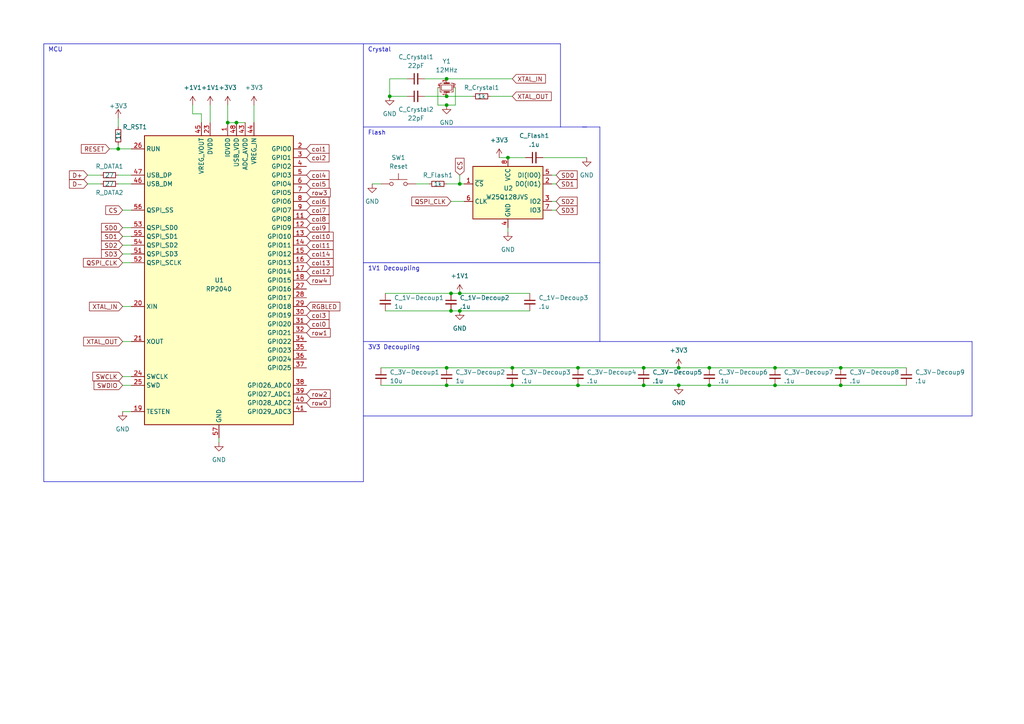
<source format=kicad_sch>
(kicad_sch (version 20230121) (generator eeschema)
  (paper "A4")
  (lib_symbols
    (symbol "Device:C_Small" (pin_numbers hide) (pin_names (offset 0.254) hide)
      (property "Reference" "C" (at 0.254 1.778 0))
      (property "Value" "C_Small" (at 0.254 -2.032 0))
      (symbol "C_Small_0_1"
        (polyline (pts (xy -1.524 -0.508) (xy 1.524 -0.508)) (stroke (width 0.3302)))
        (polyline (pts (xy -1.524 0.508) (xy 1.524 0.508)) (stroke (width 0.3048)))
      )
      (symbol "C_Small_1_1"
        (pin passive line (at 0 2.54 270) (length 2.032) (name "~") (number "1"))
        (pin passive line (at 0 -2.54 90) (length 2.032) (name "~") (number "2"))
      )
    )
    (symbol "Device:Crystal_GND24_Small" (pin_names (offset 1.016) hide)
      (property "Reference" "Y" (at 1.27 4.445 0))
      (property "Value" "Crystal_GND24_Small" (at 1.27 2.54 0))
      (symbol "Crystal_GND24_Small_0_1"
        (rectangle (start -0.762 -1.524) (end 0.762 1.524))
        (polyline (pts (xy -1.27 -0.762) (xy -1.27 0.762)) (stroke (width 0.381)))
        (polyline (pts (xy 1.27 -0.762) (xy 1.27 0.762)) (stroke (width 0.381)))
        (polyline (pts (xy -1.27 -1.27) (xy -1.27 -1.905) (xy 1.27 -1.905) (xy 1.27 -1.27)))
        (polyline (pts (xy -1.27 1.27) (xy -1.27 1.905) (xy 1.27 1.905) (xy 1.27 1.27)))
      )
      (symbol "Crystal_GND24_Small_1_1"
        (pin passive line (at -2.54 0 0) (length 1.27) (name "1") (number "1"))
        (pin passive line (at 0 -2.54 90) (length 0.635) (name "2") (number "2"))
        (pin passive line (at 2.54 0 180) (length 1.27) (name "3") (number "3"))
        (pin passive line (at 0 2.54 270) (length 0.635) (name "4") (number "4"))
      )
    )
    (symbol "Device:R_Small" (pin_numbers hide) (pin_names (offset 0.254) hide)
      (property "Reference" "R" (at 0.762 0.508 0))
      (property "Value" "R_Small" (at 0.762 -1.016 0))
      (symbol "R_Small_0_1"
        (rectangle (start -0.762 1.778) (end 0.762 -1.778) (stroke (width 0.2032)))
      )
      (symbol "R_Small_1_1"
        (pin passive line (at 0 2.54 270) (length 0.762) (name "~") (number "1"))
        (pin passive line (at 0 -2.54 90) (length 0.762) (name "~") (number "2"))
      )
    )
    (symbol "MCU_RaspberryPi:RP2040"
      (property "Reference" "U" (at 17.78 45.72 0))
      (property "Value" "RP2040" (at 17.78 43.18 0))
      (symbol "RP2040_0_1"
        (rectangle (start -21.59 41.91) (end 21.59 -41.91) (stroke (width 0.254)) (fill (type background)))
      )
      (symbol "RP2040_1_1"
        (pin power_in line (at 2.54 45.72 270) (length 3.81) (name "IOVDD") (number "1"))
        (pin passive line (at 2.54 45.72 270) (length 3.81) hide (name "IOVDD") (number "10"))
        (pin bidirectional line (at 25.4 17.78 180) (length 3.81) (name "GPIO8") (number "11"))
        (pin bidirectional line (at 25.4 15.24 180) (length 3.81) (name "GPIO9") (number "12"))
        (pin bidirectional line (at 25.4 12.7 180) (length 3.81) (name "GPIO10") (number "13"))
        (pin bidirectional line (at 25.4 10.16 180) (length 3.81) (name "GPIO11") (number "14"))
        (pin bidirectional line (at 25.4 7.62 180) (length 3.81) (name "GPIO12") (number "15"))
        (pin bidirectional line (at 25.4 5.08 180) (length 3.81) (name "GPIO13") (number "16"))
        (pin bidirectional line (at 25.4 2.54 180) (length 3.81) (name "GPIO14") (number "17"))
        (pin bidirectional line (at 25.4 0 180) (length 3.81) (name "GPIO15") (number "18"))
        (pin input line (at -25.4 -38.1 0) (length 3.81) (name "TESTEN") (number "19"))
        (pin bidirectional line (at 25.4 38.1 180) (length 3.81) (name "GPIO0") (number "2"))
        (pin input line (at -25.4 -7.62 0) (length 3.81) (name "XIN") (number "20"))
        (pin passive line (at -25.4 -17.78 0) (length 3.81) (name "XOUT") (number "21"))
        (pin passive line (at 2.54 45.72 270) (length 3.81) hide (name "IOVDD") (number "22"))
        (pin power_in line (at -2.54 45.72 270) (length 3.81) (name "DVDD") (number "23"))
        (pin output line (at -25.4 -27.94 0) (length 3.81) (name "SWCLK") (number "24"))
        (pin bidirectional line (at -25.4 -30.48 0) (length 3.81) (name "SWD") (number "25"))
        (pin input line (at -25.4 38.1 0) (length 3.81) (name "RUN") (number "26"))
        (pin bidirectional line (at 25.4 -2.54 180) (length 3.81) (name "GPIO16") (number "27"))
        (pin bidirectional line (at 25.4 -5.08 180) (length 3.81) (name "GPIO17") (number "28"))
        (pin bidirectional line (at 25.4 -7.62 180) (length 3.81) (name "GPIO18") (number "29"))
        (pin bidirectional line (at 25.4 35.56 180) (length 3.81) (name "GPIO1") (number "3"))
        (pin bidirectional line (at 25.4 -10.16 180) (length 3.81) (name "GPIO19") (number "30"))
        (pin bidirectional line (at 25.4 -12.7 180) (length 3.81) (name "GPIO20") (number "31"))
        (pin bidirectional line (at 25.4 -15.24 180) (length 3.81) (name "GPIO21") (number "32"))
        (pin passive line (at 2.54 45.72 270) (length 3.81) hide (name "IOVDD") (number "33"))
        (pin bidirectional line (at 25.4 -17.78 180) (length 3.81) (name "GPIO22") (number "34"))
        (pin bidirectional line (at 25.4 -20.32 180) (length 3.81) (name "GPIO23") (number "35"))
        (pin bidirectional line (at 25.4 -22.86 180) (length 3.81) (name "GPIO24") (number "36"))
        (pin bidirectional line (at 25.4 -25.4 180) (length 3.81) (name "GPIO25") (number "37"))
        (pin bidirectional line (at 25.4 -30.48 180) (length 3.81) (name "GPIO26_ADC0") (number "38"))
        (pin bidirectional line (at 25.4 -33.02 180) (length 3.81) (name "GPIO27_ADC1") (number "39"))
        (pin bidirectional line (at 25.4 33.02 180) (length 3.81) (name "GPIO2") (number "4"))
        (pin bidirectional line (at 25.4 -35.56 180) (length 3.81) (name "GPIO28_ADC2") (number "40"))
        (pin bidirectional line (at 25.4 -38.1 180) (length 3.81) (name "GPIO29_ADC3") (number "41"))
        (pin passive line (at 2.54 45.72 270) (length 3.81) hide (name "IOVDD") (number "42"))
        (pin power_in line (at 7.62 45.72 270) (length 3.81) (name "ADC_AVDD") (number "43"))
        (pin power_in line (at 10.16 45.72 270) (length 3.81) (name "VREG_IN") (number "44"))
        (pin power_out line (at -5.08 45.72 270) (length 3.81) (name "VREG_VOUT") (number "45"))
        (pin bidirectional line (at -25.4 27.94 0) (length 3.81) (name "USB_DM") (number "46"))
        (pin bidirectional line (at -25.4 30.48 0) (length 3.81) (name "USB_DP") (number "47"))
        (pin power_in line (at 5.08 45.72 270) (length 3.81) (name "USB_VDD") (number "48"))
        (pin passive line (at 2.54 45.72 270) (length 3.81) hide (name "IOVDD") (number "49"))
        (pin bidirectional line (at 25.4 30.48 180) (length 3.81) (name "GPIO3") (number "5"))
        (pin passive line (at -2.54 45.72 270) (length 3.81) hide (name "DVDD") (number "50"))
        (pin bidirectional line (at -25.4 7.62 0) (length 3.81) (name "QSPI_SD3") (number "51"))
        (pin output line (at -25.4 5.08 0) (length 3.81) (name "QSPI_SCLK") (number "52"))
        (pin bidirectional line (at -25.4 15.24 0) (length 3.81) (name "QSPI_SD0") (number "53"))
        (pin bidirectional line (at -25.4 10.16 0) (length 3.81) (name "QSPI_SD2") (number "54"))
        (pin bidirectional line (at -25.4 12.7 0) (length 3.81) (name "QSPI_SD1") (number "55"))
        (pin bidirectional line (at -25.4 20.32 0) (length 3.81) (name "QSPI_SS") (number "56"))
        (pin power_in line (at 0 -45.72 90) (length 3.81) (name "GND") (number "57"))
        (pin bidirectional line (at 25.4 27.94 180) (length 3.81) (name "GPIO4") (number "6"))
        (pin bidirectional line (at 25.4 25.4 180) (length 3.81) (name "GPIO5") (number "7"))
        (pin bidirectional line (at 25.4 22.86 180) (length 3.81) (name "GPIO6") (number "8"))
        (pin bidirectional line (at 25.4 20.32 180) (length 3.81) (name "GPIO7") (number "9"))
      )
    )
    (symbol "Memory_Flash:W25Q128JVS"
      (property "Reference" "U" (at -8.89 8.89 0))
      (property "Value" "W25Q128JVS" (at 7.62 8.89 0))
      (symbol "W25Q128JVS_0_1"
        (rectangle (start -10.16 7.62) (end 10.16 -7.62) (stroke (width 0.254)) (fill (type background)))
      )
      (symbol "W25Q128JVS_1_1"
        (pin input line (at -12.7 2.54 0) (length 2.54) (name "~{CS}") (number "1"))
        (pin bidirectional line (at 12.7 2.54 180) (length 2.54) (name "DO(IO1)") (number "2"))
        (pin bidirectional line (at 12.7 -2.54 180) (length 2.54) (name "IO2") (number "3"))
        (pin power_in line (at 0 -10.16 90) (length 2.54) (name "GND") (number "4"))
        (pin bidirectional line (at 12.7 5.08 180) (length 2.54) (name "DI(IO0)") (number "5"))
        (pin input line (at -12.7 -2.54 0) (length 2.54) (name "CLK") (number "6"))
        (pin bidirectional line (at 12.7 -5.08 180) (length 2.54) (name "IO3") (number "7"))
        (pin power_in line (at 0 10.16 270) (length 2.54) (name "VCC") (number "8"))
      )
    )
    (symbol "Switch:SW_Push" (pin_numbers hide) (pin_names (offset 1.016) hide)
      (property "Reference" "SW" (at 1.27 2.54 0))
      (property "Value" "SW_Push" (at 0 -1.524 0))
      (symbol "SW_Push_0_1"
        (circle (center -2.032 0) (radius 0.508))
        (polyline (pts (xy 0 1.27) (xy 0 3.048)))
        (polyline (pts (xy 2.54 1.27) (xy -2.54 1.27)))
        (circle (center 2.032 0) (radius 0.508))
        (pin passive line (at -5.08 0 0) (length 2.54) (name "1") (number "1"))
        (pin passive line (at 5.08 0 180) (length 2.54) (name "2") (number "2"))
      )
    )
    (symbol "power:+1V1" (power) (pin_names (offset 0))
      (property "Value" "+1V1" (at 0 3.556 0))
      (symbol "+1V1_0_1"
        (polyline (pts (xy -0.762 1.27) (xy 0 2.54)))
        (polyline (pts (xy 0 0) (xy 0 2.54)))
        (polyline (pts (xy 0 2.54) (xy 0.762 1.27)))
      )
      (symbol "+1V1_1_1"
        (pin power_in line (at 0 0 90) (length 0) hide (name "+1V1") (number "1"))
      )
    )
    (symbol "power:+3V3" (power) (pin_names (offset 0))
      (property "Value" "+3V3" (at 0 3.556 0))
      (symbol "+3V3_0_1"
        (polyline (pts (xy -0.762 1.27) (xy 0 2.54)))
        (polyline (pts (xy 0 0) (xy 0 2.54)))
        (polyline (pts (xy 0 2.54) (xy 0.762 1.27)))
      )
      (symbol "+3V3_1_1"
        (pin power_in line (at 0 0 90) (length 0) hide (name "+3V3") (number "1"))
      )
    )
    (symbol "power:GND" (power) (pin_names (offset 0))
      (property "Value" "GND" (at 0 -3.81 0))
      (symbol "GND_0_1"
        (polyline (pts (xy 0 0) (xy 0 -1.27) (xy 1.27 -1.27) (xy 0 -2.54) (xy -1.27 -1.27) (xy 0 -1.27)))
      )
      (symbol "GND_1_1"
        (pin power_in line (at 0 0 270) (length 0) hide (name "GND") (number "1"))
      )
    )
  )
  (junction (at 243.84 111.76))
  (junction (at 130.81 85.09))
  (junction (at 129.54 111.76))
  (junction (at 130.81 90.17))
  (junction (at 196.85 111.76))
  (junction (at 148.59 111.76))
  (junction (at 129.54 22.86))
  (junction (at 133.35 85.09))
  (junction (at 167.64 106.68))
  (junction (at 129.54 30.48))
  (junction (at 196.85 106.68))
  (junction (at 186.69 111.76))
  (junction (at 205.74 106.68))
  (junction (at 147.32 45.72))
  (junction (at 129.54 27.94))
  (junction (at 113.03 27.94))
  (junction (at 243.84 106.68))
  (junction (at 224.79 106.68))
  (junction (at 148.59 106.68))
  (junction (at 133.35 90.17))
  (junction (at 205.74 111.76))
  (junction (at 224.79 111.76))
  (junction (at 186.69 106.68))
  (junction (at 129.54 106.68))
  (junction (at 167.64 111.76))
  (junction (at 66.04 35.56))
  (junction (at 34.29 43.18))
  (junction (at 68.58 35.56))
  (junction (at 133.35 53.34))
  (wire (pts (xy 35.56 66.04) (xy 38.1 66.04)))
  (polyline (pts (xy 162.56 36.83) (xy 105.41 36.83)))
  (polyline (pts (xy 105.41 76.2) (xy 173.99 76.2)))
  (wire (pts (xy 35.56 76.2) (xy 38.1 76.2)))
  (wire (pts (xy 129.54 111.76) (xy 148.59 111.76)))
  (wire (pts (xy 35.56 99.06) (xy 38.1 99.06)))
  (wire (pts (xy 66.04 35.56) (xy 68.58 35.56)))
  (wire (pts (xy 35.56 68.58) (xy 38.1 68.58)))
  (wire (pts (xy 142.24 27.94) (xy 148.59 27.94)))
  (wire (pts (xy 133.35 50.8) (xy 133.35 53.34)))
  (wire (pts (xy 133.35 53.34) (xy 134.62 53.34)))
  (wire (pts (xy 205.74 106.68) (xy 224.79 106.68)))
  (wire (pts (xy 55.88 30.48) (xy 55.88 33.02)))
  (wire (pts (xy 148.59 111.76) (xy 167.64 111.76)))
  (wire (pts (xy 107.95 53.34) (xy 110.49 53.34)))
  (wire (pts (xy 113.03 27.94) (xy 118.11 27.94)))
  (wire (pts (xy 160.02 60.96) (xy 161.29 60.96)))
  (wire (pts (xy 243.84 106.68) (xy 262.89 106.68)))
  (wire (pts (xy 127 25.4) (xy 127 30.48)))
  (wire (pts (xy 35.56 71.12) (xy 38.1 71.12)))
  (wire (pts (xy 31.75 43.18) (xy 34.29 43.18)))
  (polyline (pts (xy 173.99 36.83) (xy 173.99 76.2)))
  (wire (pts (xy 129.54 22.86) (xy 148.59 22.86)))
  (polyline (pts (xy 105.41 99.06) (xy 173.99 99.06)))
  (polyline (pts (xy 162.56 36.83) (xy 170.18 36.83)))
  (wire (pts (xy 127 30.48) (xy 129.54 30.48)))
  (wire (pts (xy 58.42 33.02) (xy 55.88 33.02)))
  (wire (pts (xy 34.29 50.8) (xy 38.1 50.8)))
  (wire (pts (xy 113.03 22.86) (xy 118.11 22.86)))
  (wire (pts (xy 196.85 111.76) (xy 205.74 111.76)))
  (wire (pts (xy 196.85 106.68) (xy 205.74 106.68)))
  (wire (pts (xy 224.79 111.76) (xy 243.84 111.76)))
  (wire (pts (xy 167.64 111.76) (xy 186.69 111.76)))
  (polyline (pts (xy 173.99 76.2) (xy 173.99 99.06)))
  (wire (pts (xy 130.81 58.42) (xy 134.62 58.42)))
  (wire (pts (xy 129.54 106.68) (xy 148.59 106.68)))
  (polyline (pts (xy 162.56 12.7) (xy 162.56 36.83)))
  (wire (pts (xy 130.81 85.09) (xy 133.35 85.09)))
  (wire (pts (xy 68.58 35.56) (xy 71.12 35.56)))
  (wire (pts (xy 133.35 90.17) (xy 153.67 90.17)))
  (wire (pts (xy 123.19 22.86) (xy 129.54 22.86)))
  (wire (pts (xy 25.4 50.8) (xy 29.21 50.8)))
  (polyline (pts (xy 105.41 12.7) (xy 162.56 12.7)))
  (wire (pts (xy 129.54 27.94) (xy 137.16 27.94)))
  (wire (pts (xy 123.19 27.94) (xy 129.54 27.94)))
  (wire (pts (xy 35.56 60.96) (xy 38.1 60.96)))
  (wire (pts (xy 129.54 53.34) (xy 133.35 53.34)))
  (wire (pts (xy 35.56 73.66) (xy 38.1 73.66)))
  (wire (pts (xy 73.66 30.48) (xy 73.66 35.56)))
  (wire (pts (xy 60.96 30.48) (xy 60.96 35.56)))
  (wire (pts (xy 160.02 50.8) (xy 161.29 50.8)))
  (wire (pts (xy 110.49 106.68) (xy 129.54 106.68)))
  (wire (pts (xy 160.02 58.42) (xy 161.29 58.42)))
  (polyline (pts (xy 281.94 120.65) (xy 105.41 120.65)))
  (wire (pts (xy 130.81 90.17) (xy 133.35 90.17)))
  (wire (pts (xy 113.03 22.86) (xy 113.03 27.94)))
  (wire (pts (xy 243.84 111.76) (xy 262.89 111.76)))
  (wire (pts (xy 157.48 45.72) (xy 170.18 45.72)))
  (wire (pts (xy 35.56 111.76) (xy 38.1 111.76)))
  (polyline (pts (xy 281.94 99.06) (xy 281.94 120.65)))
  (polyline (pts (xy 12.7 12.7) (xy 105.41 12.7)))
  (wire (pts (xy 186.69 106.68) (xy 196.85 106.68)))
  (wire (pts (xy 224.79 106.68) (xy 243.84 106.68)))
  (wire (pts (xy 34.29 43.18) (xy 38.1 43.18)))
  (wire (pts (xy 148.59 106.68) (xy 167.64 106.68)))
  (wire (pts (xy 35.56 88.9) (xy 38.1 88.9)))
  (wire (pts (xy 205.74 111.76) (xy 224.79 111.76)))
  (wire (pts (xy 186.69 111.76) (xy 196.85 111.76)))
  (wire (pts (xy 132.08 30.48) (xy 129.54 30.48)))
  (wire (pts (xy 34.29 41.91) (xy 34.29 43.18)))
  (wire (pts (xy 111.76 85.09) (xy 130.81 85.09)))
  (wire (pts (xy 35.56 109.22) (xy 38.1 109.22)))
  (wire (pts (xy 66.04 30.48) (xy 66.04 35.56)))
  (wire (pts (xy 132.08 25.4) (xy 132.08 30.48)))
  (wire (pts (xy 144.78 45.72) (xy 147.32 45.72)))
  (wire (pts (xy 147.32 66.04) (xy 147.32 67.31)))
  (wire (pts (xy 63.5 127) (xy 63.5 128.27)))
  (polyline (pts (xy 173.99 99.06) (xy 281.94 99.06)))
  (polyline (pts (xy 168.91 36.83) (xy 173.99 36.83)))
  (wire (pts (xy 110.49 111.76) (xy 129.54 111.76)))
  (wire (pts (xy 58.42 35.56) (xy 58.42 33.02)))
  (wire (pts (xy 111.76 90.17) (xy 130.81 90.17)))
  (polyline (pts (xy 12.7 139.7) (xy 105.41 139.7)))
  (wire (pts (xy 160.02 53.34) (xy 161.29 53.34)))
  (wire (pts (xy 167.64 106.68) (xy 186.69 106.68)))
  (polyline (pts (xy 105.41 12.7) (xy 105.41 139.7)))
  (wire (pts (xy 35.56 119.38) (xy 38.1 119.38)))
  (wire (pts (xy 34.29 34.29) (xy 34.29 36.83)))
  (wire (pts (xy 25.4 53.34) (xy 29.21 53.34)))
  (wire (pts (xy 34.29 53.34) (xy 38.1 53.34)))
  (wire (pts (xy 133.35 85.09) (xy 153.67 85.09)))
  (wire (pts (xy 147.32 45.72) (xy 152.4 45.72)))
  (wire (pts (xy 120.65 53.34) (xy 124.46 53.34)))
  (polyline (pts (xy 12.7 139.7) (xy 12.7 12.7)))
  (polyline (pts (xy 105.41 76.2) (xy 170.18 76.2)))
  (text "1V1 Decoupling\n" (at 106.68 78.74 0) (effects (font (size 1.27 1.27)) (justify left bottom)))
  (text "Crystal\n" (at 106.68 15.24 0) (effects (font (size 1.27 1.27)) (justify left bottom)))
  (text "MCU" (at 13.97 15.24 0) (effects (font (size 1.27 1.27)) (justify left bottom)))
  (text "Flash" (at 106.68 39.37 0) (effects (font (size 1.27 1.27)) (justify left bottom)))
  (text "3V3 Decoupling" (at 106.68 101.6 0) (effects (font (size 1.27 1.27)) (justify left bottom)))
  (global_label "col8" (shape input) (at 88.9 63.5 0) (property "Intersheetrefs" "${INTERSHEET_REFS}" (effects hide)))
  (global_label "SD2" (shape input) (at 35.56 71.12 180) (property "Intersheetrefs" "${INTERSHEET_REFS}" (effects hide)))
  (global_label "QSPI_CLK" (shape input) (at 130.81 58.42 180) (property "Intersheetrefs" "${INTERSHEET_REFS}" (effects hide)))
  (global_label "col13" (shape input) (at 88.9 76.2 0) (property "Intersheetrefs" "${INTERSHEET_REFS}" (effects hide)))
  (global_label "SD3" (shape input) (at 35.56 73.66 180) (property "Intersheetrefs" "${INTERSHEET_REFS}" (effects hide)))
  (global_label "SD0" (shape input) (at 161.29 50.8 0) (property "Intersheetrefs" "${INTERSHEET_REFS}" (effects hide)))
  (global_label "col10" (shape input) (at 88.9 68.58 0) (property "Intersheetrefs" "${INTERSHEET_REFS}" (effects hide)))
  (global_label "XTAL_OUT" (shape input) (at 148.59 27.94 0) (property "Intersheetrefs" "${INTERSHEET_REFS}" (effects hide)))
  (global_label "col12" (shape input) (at 88.9 78.74 0) (property "Intersheetrefs" "${INTERSHEET_REFS}" (effects hide)))
  (global_label "col7" (shape input) (at 88.9 60.96 0) (property "Intersheetrefs" "${INTERSHEET_REFS}" (effects hide)))
  (global_label "row3" (shape input) (at 88.9 55.88 0) (property "Intersheetrefs" "${INTERSHEET_REFS}" (effects hide)))
  (global_label "SWCLK" (shape input) (at 35.56 109.22 180) (property "Intersheetrefs" "${INTERSHEET_REFS}" (effects hide)))
  (global_label "col3" (shape input) (at 88.9 91.44 0) (property "Intersheetrefs" "${INTERSHEET_REFS}" (effects hide)))
  (global_label "col5" (shape input) (at 88.9 53.34 0) (property "Intersheetrefs" "${INTERSHEET_REFS}" (effects hide)))
  (global_label "col2" (shape input) (at 88.9 45.72 0) (property "Intersheetrefs" "${INTERSHEET_REFS}" (effects hide)))
  (global_label "col4" (shape input) (at 88.9 50.8 0) (property "Intersheetrefs" "${INTERSHEET_REFS}" (effects hide)))
  (global_label "CS" (shape input) (at 35.56 60.96 180) (property "Intersheetrefs" "${INTERSHEET_REFS}" (effects hide)))
  (global_label "row1" (shape input) (at 88.9 96.52 0) (property "Intersheetrefs" "${INTERSHEET_REFS}" (effects hide)))
  (global_label "D+" (shape input) (at 25.4 50.8 180) (property "Intersheetrefs" "${INTERSHEET_REFS}" (effects hide)))
  (global_label "D-" (shape input) (at 25.4 53.34 180) (property "Intersheetrefs" "${INTERSHEET_REFS}" (effects hide)))
  (global_label "SD0" (shape input) (at 35.56 66.04 180) (property "Intersheetrefs" "${INTERSHEET_REFS}" (effects hide)))
  (global_label "RGBLED" (shape input) (at 88.9 88.9 0) (property "Intersheetrefs" "${INTERSHEET_REFS}" (effects hide)))
  (global_label "XTAL_IN" (shape input) (at 148.59 22.86 0) (property "Intersheetrefs" "${INTERSHEET_REFS}" (effects hide)))
  (global_label "row4" (shape input) (at 88.9 81.28 0) (property "Intersheetrefs" "${INTERSHEET_REFS}" (effects hide)))
  (global_label "SD1" (shape input) (at 161.29 53.34 0) (property "Intersheetrefs" "${INTERSHEET_REFS}" (effects hide)))
  (global_label "CS" (shape input) (at 133.35 50.8 90) (property "Intersheetrefs" "${INTERSHEET_REFS}" (effects hide)))
  (global_label "row2" (shape input) (at 88.9 114.3 0) (property "Intersheetrefs" "${INTERSHEET_REFS}" (effects hide)))
  (global_label "SD1" (shape input) (at 35.56 68.58 180) (property "Intersheetrefs" "${INTERSHEET_REFS}" (effects hide)))
  (global_label "col9" (shape input) (at 88.9 66.04 0) (property "Intersheetrefs" "${INTERSHEET_REFS}" (effects hide)))
  (global_label "SD3" (shape input) (at 161.29 60.96 0) (property "Intersheetrefs" "${INTERSHEET_REFS}" (effects hide)))
  (global_label "col14" (shape input) (at 88.9 73.66 0) (property "Intersheetrefs" "${INTERSHEET_REFS}" (effects hide)))
  (global_label "XTAL_IN" (shape input) (at 35.56 88.9 180) (property "Intersheetrefs" "${INTERSHEET_REFS}" (effects hide)))
  (global_label "SD2" (shape input) (at 161.29 58.42 0) (property "Intersheetrefs" "${INTERSHEET_REFS}" (effects hide)))
  (global_label "XTAL_OUT" (shape input) (at 35.56 99.06 180) (property "Intersheetrefs" "${INTERSHEET_REFS}" (effects hide)))
  (global_label "QSPI_CLK" (shape input) (at 35.56 76.2 180) (property "Intersheetrefs" "${INTERSHEET_REFS}" (effects hide)))
  (global_label "col0" (shape input) (at 88.9 93.98 0) (property "Intersheetrefs" "${INTERSHEET_REFS}" (effects hide)))
  (global_label "RESET" (shape input) (at 31.75 43.18 180) (property "Intersheetrefs" "${INTERSHEET_REFS}" (effects hide)))
  (global_label "col11" (shape input) (at 88.9 71.12 0) (property "Intersheetrefs" "${INTERSHEET_REFS}" (effects hide)))
  (global_label "row0" (shape input) (at 88.9 116.84 0) (property "Intersheetrefs" "${INTERSHEET_REFS}" (effects hide)))
  (global_label "col1" (shape input) (at 88.9 43.18 0) (property "Intersheetrefs" "${INTERSHEET_REFS}" (effects hide)))
  (global_label "SWDIO" (shape input) (at 35.56 111.76 180) (property "Intersheetrefs" "${INTERSHEET_REFS}" (effects hide)))
  (global_label "col6" (shape input) (at 88.9 58.42 0) (property "Intersheetrefs" "${INTERSHEET_REFS}" (effects hide)))
  (symbol (lib_id "Device:C_Small") (at 224.79 109.22 0) (unit 1)
    (property "Reference" "C_3V-Decoup7" (at 227.33 107.9562 0) (effects (justify left)))
    (property "Value" ".1u" (at 227.33 110.4962 0) (effects (justify left)))
    (property "Footprint" "Capacitor_SMD:C_0402_1005Metric" (effects hide))
  )
  (symbol (lib_id "Device:C_Small") (at 205.74 109.22 0) (unit 1)
    (property "Reference" "C_3V-Decoup6" (at 208.28 107.9562 0) (effects (justify left)))
    (property "Value" ".1u" (at 208.28 110.4962 0) (effects (justify left)))
    (property "Footprint" "Capacitor_SMD:C_0402_1005Metric" (effects hide))
  )
  (symbol (lib_id "Device:C_Small") (at 111.76 87.63 0) (unit 1)
    (property "Reference" "C_1V-Decoup1" (at 114.3 86.3662 0) (effects (justify left)))
    (property "Value" "1u" (at 114.3 88.9062 0) (effects (justify left)))
    (property "Footprint" "Capacitor_SMD:C_0402_1005Metric" (effects hide))
  )
  (symbol (lib_id "power:GND") (at 113.03 27.94 0) (unit 1)
    (property "Reference" "#PWR0109" (effects hide))
    (property "Value" "GND" (at 113.03 33.02 0))
  )
  (symbol (lib_id "power:+3V3") (at 144.78 45.72 0) (unit 1)
    (property "Reference" "#PWR0106" (effects hide))
    (property "Value" "+3V3" (at 144.78 40.64 0))
  )
  (symbol (lib_id "power:GND") (at 170.18 45.72 0) (unit 1)
    (property "Reference" "#PWR0111" (effects hide))
    (property "Value" "GND" (at 170.18 50.8 0))
  )
  (symbol (lib_id "power:GND") (at 107.95 53.34 0) (unit 1)
    (property "Reference" "#PWR0108" (effects hide))
    (property "Value" "GND" (at 107.95 58.42 0))
  )
  (symbol (lib_id "Device:C_Small") (at 262.89 109.22 0) (unit 1)
    (property "Reference" "C_3V-Decoup9" (at 265.43 107.9562 0) (effects (justify left)))
    (property "Value" ".1u" (at 265.43 110.4962 0) (effects (justify left)))
    (property "Footprint" "Capacitor_SMD:C_0402_1005Metric" (effects hide))
  )
  (symbol (lib_id "power:GND") (at 63.5 128.27 0) (unit 1)
    (property "Reference" "#PWR0115" (effects hide))
    (property "Value" "GND" (at 63.5 133.35 0))
  )
  (symbol (lib_id "Device:C_Small") (at 110.49 109.22 0) (unit 1)
    (property "Reference" "C_3V-Decoup1" (at 113.03 107.9562 0) (effects (justify left)))
    (property "Value" "10u" (at 113.03 110.4962 0) (effects (justify left)))
    (property "Footprint" "Capacitor_SMD:C_0402_1005Metric" (effects hide))
  )
  (symbol (lib_id "power:+1V1") (at 133.35 85.09 0) (unit 1)
    (property "Reference" "#PWR0112" (effects hide))
    (property "Value" "+1V1" (at 133.35 80.01 0))
  )
  (symbol (lib_id "power:+3V3") (at 196.85 106.68 0) (unit 1)
    (property "Reference" "#PWR0116" (effects hide))
    (property "Value" "+3V3" (at 196.85 101.6 0))
  )
  (symbol (lib_id "Device:R_Small") (at 31.75 50.8 90) (unit 1)
    (property "Reference" "R_DATA1" (at 31.75 48.26 90))
    (property "Value" "27" (at 31.75 50.8 90))
    (property "Footprint" "Resistor_SMD:R_0402_1005Metric" (effects hide))
  )
  (symbol (lib_id "Device:C_Small") (at 243.84 109.22 0) (unit 1)
    (property "Reference" "C_3V-Decoup8" (at 246.38 107.9562 0) (effects (justify left)))
    (property "Value" ".1u" (at 246.38 110.4962 0) (effects (justify left)))
    (property "Footprint" "Capacitor_SMD:C_0402_1005Metric" (effects hide))
  )
  (symbol (lib_id "Memory_Flash:W25Q128JVS") (at 147.32 55.88 0) (unit 1)
    (property "Reference" "U2" (at 146.05 54.61 0) (effects (justify left)))
    (property "Value" "W25Q128JVS" (at 140.97 57.15 0) (effects (justify left)))
    (property "Footprint" "Package_SO:SOIC-8_5.23x5.23mm_P1.27mm" (effects hide))
    (property "Datasheet" "http://www.winbond.com/resource-files/w25q128jv_dtr%20revc%2003272018%20plus.pdf" (effects hide))
  )
  (symbol (lib_id "Device:C_Small") (at 130.81 87.63 0) (unit 1)
    (property "Reference" "C_1V-Decoup2" (at 133.35 86.3662 0) (effects (justify left)))
    (property "Value" ".1u" (at 133.35 88.9062 0) (effects (justify left)))
    (property "Footprint" "Capacitor_SMD:C_0402_1005Metric" (effects hide))
  )
  (symbol (lib_id "Device:Crystal_GND24_Small") (at 129.54 25.4 90) (unit 1)
    (property "Reference" "Y1" (at 129.54 17.78 90))
    (property "Value" "12MHz" (at 129.54 20.32 90))
    (property "Footprint" "Crystal:Crystal_SMD_3225-4Pin_3.2x2.5mm" (effects hide))
  )
  (symbol (lib_id "power:GND") (at 196.85 111.76 0) (unit 1)
    (property "Reference" "#PWR0117" (effects hide))
    (property "Value" "GND" (at 196.85 116.84 0))
  )
  (symbol (lib_id "Device:C_Small") (at 148.59 109.22 0) (unit 1)
    (property "Reference" "C_3V-Decoup3" (at 151.13 107.9562 0) (effects (justify left)))
    (property "Value" ".1u" (at 151.13 110.4962 0) (effects (justify left)))
    (property "Footprint" "Capacitor_SMD:C_0402_1005Metric" (effects hide))
  )
  (symbol (lib_id "Device:C_Small") (at 153.67 87.63 0) (unit 1)
    (property "Reference" "C_1V-Decoup3" (at 156.21 86.3662 0) (effects (justify left)))
    (property "Value" ".1u" (at 156.21 88.9062 0) (effects (justify left)))
    (property "Footprint" "Capacitor_SMD:C_0402_1005Metric" (effects hide))
  )
  (symbol (lib_id "Device:C_Small") (at 120.65 27.94 90) (unit 1)
    (property "Reference" "C_Crystal2" (at 120.65 31.75 90))
    (property "Value" "22pF" (at 120.65 34.29 90))
    (property "Footprint" "Capacitor_SMD:C_0402_1005Metric" (effects hide))
  )
  (symbol (lib_id "Device:C_Small") (at 154.94 45.72 90) (unit 1)
    (property "Reference" "C_Flash1" (at 154.9463 39.37 90))
    (property "Value" ".1u" (at 154.9463 41.91 90))
    (property "Footprint" "Capacitor_SMD:C_0402_1005Metric" (effects hide))
  )
  (symbol (lib_id "power:GND") (at 129.54 30.48 0) (unit 1)
    (property "Reference" "#PWR0107" (effects hide))
    (property "Value" "GND" (at 129.54 35.56 0))
  )
  (symbol (lib_id "power:+1V1") (at 55.88 30.48 0) (unit 1)
    (property "Reference" "#PWR0102" (effects hide))
    (property "Value" "+1V1" (at 55.88 25.4 0))
  )
  (symbol (lib_id "Device:R_Small") (at 34.29 39.37 0) (unit 1)
    (property "Reference" "R_RST1" (at 35.56 36.83 0) (effects (justify left)))
    (property "Value" "1k" (at 34.29 39.37 90))
    (property "Footprint" "Resistor_SMD:R_0402_1005Metric" (effects hide))
  )
  (symbol (lib_id "MCU_RaspberryPi:RP2040") (at 63.5 81.28 0) (unit 1)
    (property "Reference" "U1" (at 62.23 81.28 0) (effects (justify left)))
    (property "Value" "RP2040" (at 59.69 83.82 0) (effects (justify left)))
    (property "Footprint" "cipulot_parts:RP2040-QFN-56" (effects hide))
    (property "Datasheet" "https://datasheets.raspberrypi.com/rp2040/rp2040-datasheet.pdf" (effects hide))
  )
  (symbol (lib_id "Device:C_Small") (at 167.64 109.22 0) (unit 1)
    (property "Reference" "C_3V-Decoup4" (at 170.18 107.9562 0) (effects (justify left)))
    (property "Value" ".1u" (at 170.18 110.4962 0) (effects (justify left)))
    (property "Footprint" "Capacitor_SMD:C_0402_1005Metric" (effects hide))
  )
  (symbol (lib_id "Device:C_Small") (at 186.69 109.22 0) (unit 1)
    (property "Reference" "C_3V-Decoup5" (at 189.23 107.9562 0) (effects (justify left)))
    (property "Value" ".1u" (at 189.23 110.4962 0) (effects (justify left)))
    (property "Footprint" "Capacitor_SMD:C_0402_1005Metric" (effects hide))
  )
  (symbol (lib_id "power:GND") (at 147.32 67.31 0) (unit 1)
    (property "Reference" "#PWR0110" (effects hide))
    (property "Value" "GND" (at 147.32 72.39 0))
  )
  (symbol (lib_id "power:GND") (at 133.35 90.17 0) (unit 1)
    (property "Reference" "#PWR0113" (effects hide))
    (property "Value" "GND" (at 133.35 95.25 0))
  )
  (symbol (lib_id "Device:R_Small") (at 31.75 53.34 90) (unit 1)
    (property "Reference" "R_DATA2" (at 31.75 55.88 90))
    (property "Value" "27" (at 31.75 53.34 90))
    (property "Footprint" "Resistor_SMD:R_0402_1005Metric" (effects hide))
  )
  (symbol (lib_id "power:+1V1") (at 60.96 30.48 0) (unit 1)
    (property "Reference" "#PWR0103" (effects hide))
    (property "Value" "+1V1" (at 60.96 25.4 0))
  )
  (symbol (lib_id "Device:C_Small") (at 120.65 22.86 90) (unit 1)
    (property "Reference" "C_Crystal1" (at 120.6563 16.51 90))
    (property "Value" "22pF" (at 120.6563 19.05 90))
    (property "Footprint" "Capacitor_SMD:C_0402_1005Metric" (effects hide))
  )
  (symbol (lib_id "Device:C_Small") (at 129.54 109.22 0) (unit 1)
    (property "Reference" "C_3V-Decoup2" (at 132.08 107.9562 0) (effects (justify left)))
    (property "Value" "1u" (at 132.08 110.4962 0) (effects (justify left)))
    (property "Footprint" "Capacitor_SMD:C_0402_1005Metric" (effects hide))
  )
  (symbol (lib_id "Switch:SW_Push") (at 115.57 53.34 0) (unit 1)
    (property "Reference" "SW1" (at 115.57 45.72 0))
    (property "Value" "Reset" (at 115.57 48.26 0))
    (property "Footprint" "Connector_PinHeader_1.27mm:PinHeader_1x02_P1.27mm_Vertical" (effects hide))
  )
  (symbol (lib_id "power:+3V3") (at 34.29 34.29 0) (unit 1)
    (property "Reference" "#PWR0105" (effects hide))
    (property "Value" "+3V3" (at 34.29 30.734 0))
  )
  (symbol (lib_id "Device:R_Small") (at 127 53.34 90) (unit 1)
    (property "Reference" "R_Flash1" (at 127 50.8 90))
    (property "Value" "1k" (at 127 53.34 90))
    (property "Footprint" "Resistor_SMD:R_0402_1005Metric" (effects hide))
  )
  (symbol (lib_id "power:+3V3") (at 66.04 30.48 0) (unit 1)
    (property "Reference" "#PWR0101" (effects hide))
    (property "Value" "+3V3" (at 66.04 25.4 0))
  )
  (symbol (lib_id "Device:R_Small") (at 139.7 27.94 90) (unit 1)
    (property "Reference" "R_Crystal1" (at 139.7 25.4 90))
    (property "Value" "1k" (at 139.7 27.94 90))
    (property "Footprint" "Resistor_SMD:R_0402_1005Metric" (effects hide))
  )
  (symbol (lib_id "power:+3V3") (at 73.66 30.48 0) (unit 1)
    (property "Reference" "#PWR0104" (effects hide))
    (property "Value" "+3V3" (at 73.66 25.4 0))
  )
  (symbol (lib_id "power:GND") (at 35.56 119.38 0) (unit 1)
    (property "Reference" "#PWR0114" (effects hide))
    (property "Value" "GND" (at 35.56 124.46 0))
  )
)
</source>
